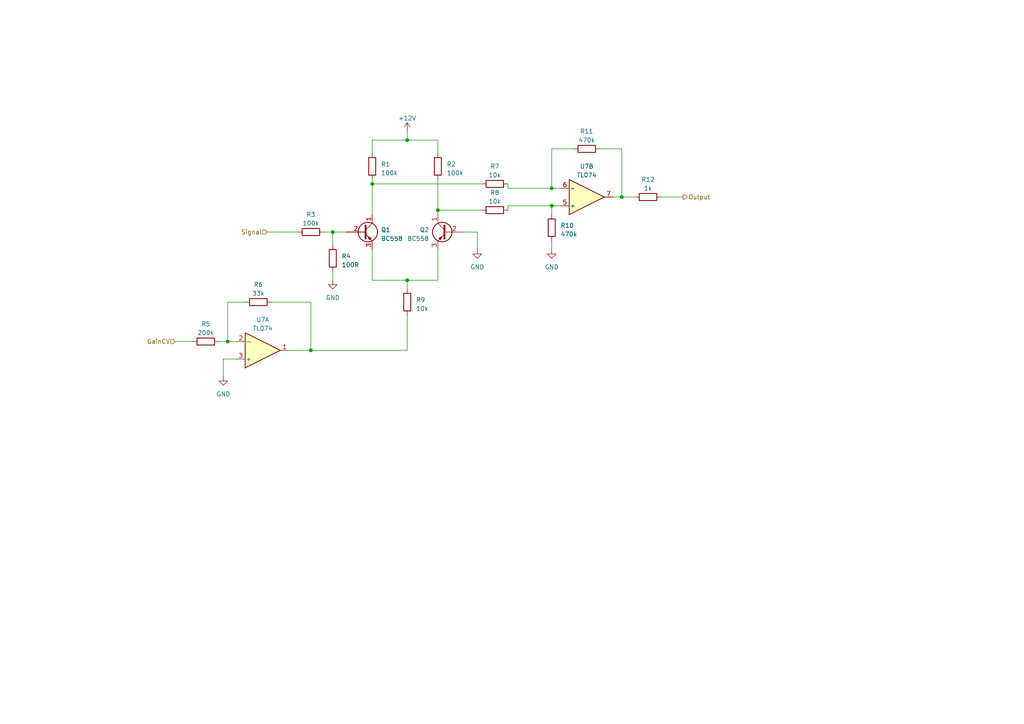
<source format=kicad_sch>
(kicad_sch (version 20230121) (generator eeschema)
  (paper "A4")
  (lib_symbols
    (symbol "Amplifier_Operational:TL074" (pin_names (offset 0.127))
      (property "Reference" "U" (at 0 5.08 0))
      (property "Value" "TL074" (at 0 -5.08 0))
      (symbol "TL074_1_1"
        (polyline (pts (xy -5.08 5.08) (xy 5.08 0) (xy -5.08 -5.08) (xy -5.08 5.08)) (stroke (width 0.254)) (fill (type background)))
        (pin output line (at 7.62 0 180) (length 2.54) (name "~") (number "1"))
        (pin input line (at -7.62 -2.54 0) (length 2.54) (name "-") (number "2"))
        (pin input line (at -7.62 2.54 0) (length 2.54) (name "+") (number "3"))
      )
      (symbol "TL074_2_1"
        (polyline (pts (xy -5.08 5.08) (xy 5.08 0) (xy -5.08 -5.08) (xy -5.08 5.08)) (stroke (width 0.254)) (fill (type background)))
        (pin input line (at -7.62 2.54 0) (length 2.54) (name "+") (number "5"))
        (pin input line (at -7.62 -2.54 0) (length 2.54) (name "-") (number "6"))
        (pin output line (at 7.62 0 180) (length 2.54) (name "~") (number "7"))
      )
      (symbol "TL074_3_1"
        (polyline (pts (xy -5.08 5.08) (xy 5.08 0) (xy -5.08 -5.08) (xy -5.08 5.08)) (stroke (width 0.254)) (fill (type background)))
        (pin input line (at -7.62 2.54 0) (length 2.54) (name "+") (number "10"))
        (pin output line (at 7.62 0 180) (length 2.54) (name "~") (number "8"))
        (pin input line (at -7.62 -2.54 0) (length 2.54) (name "-") (number "9"))
      )
      (symbol "TL074_4_1"
        (polyline (pts (xy -5.08 5.08) (xy 5.08 0) (xy -5.08 -5.08) (xy -5.08 5.08)) (stroke (width 0.254)) (fill (type background)))
        (pin input line (at -7.62 2.54 0) (length 2.54) (name "+") (number "12"))
        (pin input line (at -7.62 -2.54 0) (length 2.54) (name "-") (number "13"))
        (pin output line (at 7.62 0 180) (length 2.54) (name "~") (number "14"))
      )
      (symbol "TL074_5_1"
        (pin power_in line (at -2.54 -7.62 90) (length 3.81) (name "V-") (number "11"))
        (pin power_in line (at -2.54 7.62 270) (length 3.81) (name "V+") (number "4"))
      )
    )
    (symbol "Device:R" (pin_numbers hide) (pin_names (offset 0))
      (property "Reference" "R" (at 2.032 0 90))
      (property "Value" "R" (at 0 0 90))
      (symbol "R_0_1"
        (rectangle (start -1.016 -2.54) (end 1.016 2.54) (stroke (width 0.254)))
      )
      (symbol "R_1_1"
        (pin passive line (at 0 3.81 270) (length 1.27) (name "~") (number "1"))
        (pin passive line (at 0 -3.81 90) (length 1.27) (name "~") (number "2"))
      )
    )
    (symbol "Transistor_BJT:BC558" (pin_names (offset 0) hide)
      (property "Reference" "Q" (at 5.08 1.905 0))
      (property "Value" "BC558" (at 5.08 0 0))
      (symbol "BC558_0_1"
        (polyline (pts (xy 0.635 0.635) (xy 2.54 2.54)))
        (polyline (pts (xy 0.635 -0.635) (xy 2.54 -2.54) (xy 2.54 -2.54)))
        (polyline (pts (xy 0.635 1.905) (xy 0.635 -1.905) (xy 0.635 -1.905)) (stroke (width 0.508)))
        (polyline (pts (xy 2.286 -1.778) (xy 1.778 -2.286) (xy 1.27 -1.27) (xy 2.286 -1.778) (xy 2.286 -1.778)) (fill (type outline)))
        (circle (center 1.27 0) (radius 2.8194) (stroke (width 0.254)))
      )
      (symbol "BC558_1_1"
        (pin passive line (at 2.54 5.08 270) (length 2.54) (name "C") (number "1"))
        (pin input line (at -5.08 0 0) (length 5.715) (name "B") (number "2"))
        (pin passive line (at 2.54 -5.08 90) (length 2.54) (name "E") (number "3"))
      )
    )
    (symbol "power:+12V" (power) (pin_names (offset 0))
      (property "Value" "+12V" (at 0 3.556 0))
      (symbol "+12V_0_1"
        (polyline (pts (xy -0.762 1.27) (xy 0 2.54)))
        (polyline (pts (xy 0 0) (xy 0 2.54)))
        (polyline (pts (xy 0 2.54) (xy 0.762 1.27)))
      )
      (symbol "+12V_1_1"
        (pin power_in line (at 0 0 90) (length 0) hide (name "+12V") (number "1"))
      )
    )
    (symbol "power:GND" (power) (pin_names (offset 0))
      (property "Value" "GND" (at 0 -3.81 0))
      (symbol "GND_0_1"
        (polyline (pts (xy 0 0) (xy 0 -1.27) (xy 1.27 -1.27) (xy 0 -2.54) (xy -1.27 -1.27) (xy 0 -1.27)))
      )
      (symbol "GND_1_1"
        (pin power_in line (at 0 0 270) (length 0) hide (name "GND") (number "1"))
      )
    )
  )
  (junction (at 118.11 40.64))
  (junction (at 96.52 67.31))
  (junction (at 160.02 59.69))
  (junction (at 90.17 101.6))
  (junction (at 107.95 53.34))
  (junction (at 180.34 57.15))
  (junction (at 127 60.96))
  (junction (at 66.04 99.06))
  (junction (at 160.02 54.61))
  (junction (at 118.11 81.28))
  (wire (pts (xy 71.12 87.63) (xy 66.04 87.63)))
  (wire (pts (xy 160.02 54.61) (xy 160.02 43.18)))
  (wire (pts (xy 160.02 69.85) (xy 160.02 72.39)))
  (wire (pts (xy 96.52 67.31) (xy 96.52 71.12)))
  (wire (pts (xy 107.95 81.28) (xy 118.11 81.28)))
  (wire (pts (xy 107.95 53.34) (xy 107.95 62.23)))
  (wire (pts (xy 147.32 59.69) (xy 147.32 60.96)))
  (wire (pts (xy 63.5 99.06) (xy 66.04 99.06)))
  (wire (pts (xy 118.11 81.28) (xy 127 81.28)))
  (wire (pts (xy 83.82 101.6) (xy 90.17 101.6)))
  (wire (pts (xy 198.12 57.15) (xy 191.77 57.15)))
  (wire (pts (xy 160.02 59.69) (xy 160.02 62.23)))
  (wire (pts (xy 147.32 54.61) (xy 147.32 53.34)))
  (wire (pts (xy 107.95 44.45) (xy 107.95 40.64)))
  (wire (pts (xy 127 81.28) (xy 127 72.39)))
  (wire (pts (xy 90.17 87.63) (xy 90.17 101.6)))
  (wire (pts (xy 160.02 59.69) (xy 147.32 59.69)))
  (wire (pts (xy 173.99 43.18) (xy 180.34 43.18)))
  (wire (pts (xy 138.43 67.31) (xy 138.43 72.39)))
  (wire (pts (xy 177.8 57.15) (xy 180.34 57.15)))
  (wire (pts (xy 118.11 38.1) (xy 118.11 40.64)))
  (wire (pts (xy 90.17 101.6) (xy 118.11 101.6)))
  (wire (pts (xy 107.95 40.64) (xy 118.11 40.64)))
  (wire (pts (xy 118.11 40.64) (xy 127 40.64)))
  (wire (pts (xy 68.58 104.14) (xy 64.77 104.14)))
  (wire (pts (xy 96.52 67.31) (xy 100.33 67.31)))
  (wire (pts (xy 77.47 67.31) (xy 86.36 67.31)))
  (wire (pts (xy 127 60.96) (xy 139.7 60.96)))
  (wire (pts (xy 127 40.64) (xy 127 44.45)))
  (wire (pts (xy 50.8 99.06) (xy 55.88 99.06)))
  (wire (pts (xy 66.04 87.63) (xy 66.04 99.06)))
  (wire (pts (xy 118.11 81.28) (xy 118.11 83.82)))
  (wire (pts (xy 162.56 54.61) (xy 160.02 54.61)))
  (wire (pts (xy 162.56 59.69) (xy 160.02 59.69)))
  (wire (pts (xy 107.95 52.07) (xy 107.95 53.34)))
  (wire (pts (xy 107.95 72.39) (xy 107.95 81.28)))
  (wire (pts (xy 78.74 87.63) (xy 90.17 87.63)))
  (wire (pts (xy 66.04 99.06) (xy 68.58 99.06)))
  (wire (pts (xy 127 52.07) (xy 127 60.96)))
  (wire (pts (xy 160.02 43.18) (xy 166.37 43.18)))
  (wire (pts (xy 180.34 57.15) (xy 184.15 57.15)))
  (wire (pts (xy 160.02 54.61) (xy 147.32 54.61)))
  (wire (pts (xy 127 60.96) (xy 127 62.23)))
  (wire (pts (xy 134.62 67.31) (xy 138.43 67.31)))
  (wire (pts (xy 96.52 78.74) (xy 96.52 81.28)))
  (wire (pts (xy 118.11 91.44) (xy 118.11 101.6)))
  (wire (pts (xy 107.95 53.34) (xy 139.7 53.34)))
  (wire (pts (xy 64.77 104.14) (xy 64.77 109.22)))
  (wire (pts (xy 180.34 43.18) (xy 180.34 57.15)))
  (wire (pts (xy 93.98 67.31) (xy 96.52 67.31)))
  (hierarchical_label "Output" (shape output) (at 198.12 57.15 0))
  (hierarchical_label "GainCV" (shape input) (at 50.8 99.06 180))
  (hierarchical_label "Signal" (shape input) (at 77.47 67.31 180))
  (symbol (lib_id "Amplifier_Operational:TL074") (at 170.18 57.15 0) (mirror x) (unit 2)
    (property "Reference" "U7" (at 170.18 48.26 0))
    (property "Value" "TL074" (at 170.18 50.8 0))
    (property "Footprint" "Package_DIP:DIP-16_W10.16mm" (effects hide))
    (property "Datasheet" "http://www.ti.com/lit/ds/symlink/tl071.pdf" (effects hide))
  )
  (symbol (lib_id "Device:R") (at 187.96 57.15 90) (unit 1)
    (property "Reference" "R12" (at 187.96 52.07 90))
    (property "Value" "1k" (at 187.96 54.61 90))
    (property "Footprint" "Resistor_THT:R_Axial_DIN0207_L6.3mm_D2.5mm_P7.62mm_Horizontal" (effects hide))
  )
  (symbol (lib_id "power:+12V") (at 118.11 38.1 0) (unit 1)
    (property "Reference" "#PWR09" (effects hide))
    (property "Value" "+12V" (at 118.11 34.29 0))
  )
  (symbol (lib_id "Device:R") (at 90.17 67.31 90) (unit 1)
    (property "Reference" "R3" (at 90.17 62.23 90))
    (property "Value" "100k" (at 90.17 64.77 90))
    (property "Footprint" "Resistor_THT:R_Axial_DIN0207_L6.3mm_D2.5mm_P7.62mm_Horizontal" (effects hide))
  )
  (symbol (lib_id "Device:R") (at 127 48.26 0) (unit 1)
    (property "Reference" "R2" (at 129.54 47.625 0) (effects (justify left)))
    (property "Value" "100k" (at 129.54 50.165 0) (effects (justify left)))
    (property "Footprint" "Resistor_THT:R_Axial_DIN0207_L6.3mm_D2.5mm_P7.62mm_Horizontal" (effects hide))
  )
  (symbol (lib_id "Transistor_BJT:BC558") (at 105.41 67.31 0) (unit 1)
    (property "Reference" "Q1" (at 110.49 66.675 0) (effects (justify left)))
    (property "Value" "BC558" (at 110.49 69.215 0) (effects (justify left)))
    (property "Footprint" "Package_TO_SOT_THT:TO-92_Inline" (effects hide))
    (property "Datasheet" "https://www.onsemi.com/pub/Collateral/BC556BTA-D.pdf" (effects hide))
  )
  (symbol (lib_id "Amplifier_Operational:TL074") (at 76.2 101.6 0) (mirror x) (unit 1)
    (property "Reference" "U7" (at 76.2 92.71 0))
    (property "Value" "TL074" (at 76.2 95.25 0))
    (property "Footprint" "Package_DIP:DIP-16_W10.16mm" (effects hide))
    (property "Datasheet" "http://www.ti.com/lit/ds/symlink/tl071.pdf" (effects hide))
  )
  (symbol (lib_id "Device:R") (at 160.02 66.04 0) (unit 1)
    (property "Reference" "R10" (at 162.56 65.405 0) (effects (justify left)))
    (property "Value" "470k" (at 162.56 67.945 0) (effects (justify left)))
    (property "Footprint" "Resistor_THT:R_Axial_DIN0207_L6.3mm_D2.5mm_P7.62mm_Horizontal" (effects hide))
  )
  (symbol (lib_id "Device:R") (at 118.11 87.63 0) (unit 1)
    (property "Reference" "R9" (at 120.65 86.995 0) (effects (justify left)))
    (property "Value" "10k" (at 120.65 89.535 0) (effects (justify left)))
    (property "Footprint" "Resistor_THT:R_Axial_DIN0207_L6.3mm_D2.5mm_P7.62mm_Horizontal" (effects hide))
  )
  (symbol (lib_id "Device:R") (at 143.51 60.96 90) (unit 1)
    (property "Reference" "R8" (at 143.51 55.88 90))
    (property "Value" "10k" (at 143.51 58.42 90))
    (property "Footprint" "Resistor_THT:R_Axial_DIN0207_L6.3mm_D2.5mm_P7.62mm_Horizontal" (effects hide))
  )
  (symbol (lib_id "Transistor_BJT:BC558") (at 129.54 67.31 0) (mirror y) (unit 1)
    (property "Reference" "Q2" (at 124.46 66.675 0) (effects (justify left)))
    (property "Value" "BC558" (at 124.46 69.215 0) (effects (justify left)))
    (property "Footprint" "Package_TO_SOT_THT:TO-92_Inline" (effects hide))
    (property "Datasheet" "https://www.onsemi.com/pub/Collateral/BC556BTA-D.pdf" (effects hide))
  )
  (symbol (lib_id "Device:R") (at 96.52 74.93 0) (unit 1)
    (property "Reference" "R4" (at 99.06 74.295 0) (effects (justify left)))
    (property "Value" "100R" (at 99.06 76.835 0) (effects (justify left)))
    (property "Footprint" "Resistor_THT:R_Axial_DIN0207_L6.3mm_D2.5mm_P7.62mm_Horizontal" (effects hide))
  )
  (symbol (lib_id "power:GND") (at 96.52 81.28 0) (unit 1)
    (property "Reference" "#PWR010" (effects hide))
    (property "Value" "GND" (at 96.52 86.36 0))
  )
  (symbol (lib_id "Device:R") (at 107.95 48.26 0) (unit 1)
    (property "Reference" "R1" (at 110.49 47.625 0) (effects (justify left)))
    (property "Value" "100k" (at 110.49 50.165 0) (effects (justify left)))
    (property "Footprint" "Resistor_THT:R_Axial_DIN0207_L6.3mm_D2.5mm_P7.62mm_Horizontal" (effects hide))
  )
  (symbol (lib_id "Device:R") (at 59.69 99.06 270) (mirror x) (unit 1)
    (property "Reference" "R5" (at 59.69 93.98 90))
    (property "Value" "200k" (at 59.69 96.52 90))
    (property "Footprint" "Resistor_THT:R_Axial_DIN0207_L6.3mm_D2.5mm_P7.62mm_Horizontal" (effects hide))
  )
  (symbol (lib_id "power:GND") (at 138.43 72.39 0) (unit 1)
    (property "Reference" "#PWR013" (effects hide))
    (property "Value" "GND" (at 138.43 77.47 0))
  )
  (symbol (lib_id "Device:R") (at 74.93 87.63 90) (unit 1)
    (property "Reference" "R6" (at 74.93 82.55 90))
    (property "Value" "33k" (at 74.93 85.09 90))
    (property "Footprint" "Resistor_THT:R_Axial_DIN0207_L6.3mm_D2.5mm_P7.62mm_Horizontal" (effects hide))
  )
  (symbol (lib_id "Device:R") (at 170.18 43.18 90) (unit 1)
    (property "Reference" "R11" (at 170.18 38.1 90))
    (property "Value" "470k" (at 170.18 40.64 90))
    (property "Footprint" "Resistor_THT:R_Axial_DIN0207_L6.3mm_D2.5mm_P7.62mm_Horizontal" (effects hide))
  )
  (symbol (lib_id "power:GND") (at 160.02 72.39 0) (unit 1)
    (property "Reference" "#PWR012" (effects hide))
    (property "Value" "GND" (at 160.02 77.47 0))
  )
  (symbol (lib_id "Device:R") (at 143.51 53.34 90) (unit 1)
    (property "Reference" "R7" (at 143.51 48.26 90))
    (property "Value" "10k" (at 143.51 50.8 90))
    (property "Footprint" "Resistor_THT:R_Axial_DIN0207_L6.3mm_D2.5mm_P7.62mm_Horizontal" (effects hide))
  )
  (symbol (lib_id "power:GND") (at 64.77 109.22 0) (unit 1)
    (property "Reference" "#PWR011" (effects hide))
    (property "Value" "GND" (at 64.77 114.3 0))
  )
)
</source>
